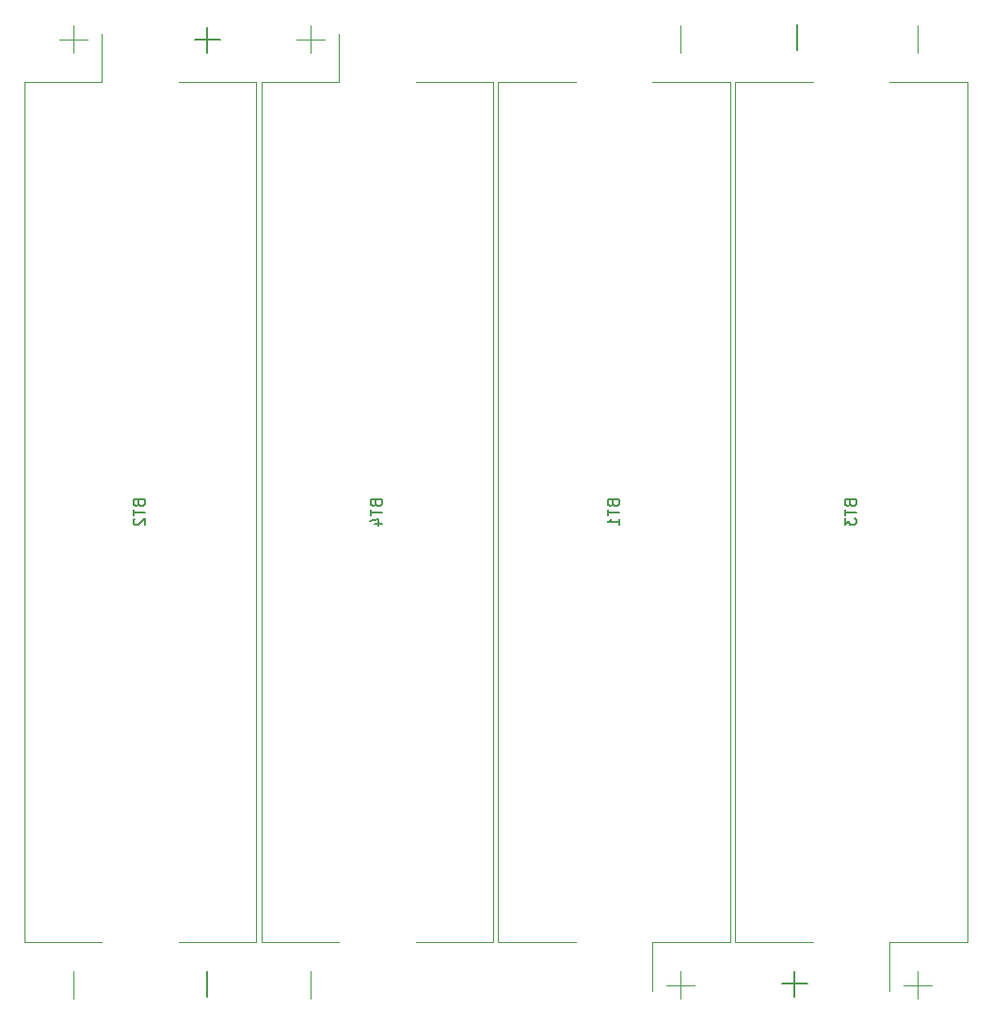
<source format=gbr>
%TF.GenerationSoftware,KiCad,Pcbnew,6.0.9*%
%TF.CreationDate,2022-12-12T20:01:49-05:00*%
%TF.ProjectId,piridium-eps,70697269-6469-4756-9d2d-6570732e6b69,rev?*%
%TF.SameCoordinates,Original*%
%TF.FileFunction,Legend,Bot*%
%TF.FilePolarity,Positive*%
%FSLAX46Y46*%
G04 Gerber Fmt 4.6, Leading zero omitted, Abs format (unit mm)*
G04 Created by KiCad (PCBNEW 6.0.9) date 2022-12-12 20:01:49*
%MOMM*%
%LPD*%
G01*
G04 APERTURE LIST*
%ADD10C,0.150000*%
%ADD11C,0.120000*%
G04 APERTURE END LIST*
D10*
X175132857Y-141184285D02*
X172847142Y-141184285D01*
X173990000Y-142327142D02*
X173990000Y-140041428D01*
X122300857Y-56348285D02*
X120015142Y-56348285D01*
X121158000Y-57491142D02*
X121158000Y-55205428D01*
X174204285Y-54991142D02*
X174204285Y-57276857D01*
X121118285Y-140081142D02*
X121118285Y-142366857D01*
%TO.C,BT3*%
X178998571Y-98020285D02*
X179046190Y-98163142D01*
X179093809Y-98210761D01*
X179189047Y-98258380D01*
X179331904Y-98258380D01*
X179427142Y-98210761D01*
X179474761Y-98163142D01*
X179522380Y-98067904D01*
X179522380Y-97686952D01*
X178522380Y-97686952D01*
X178522380Y-98020285D01*
X178570000Y-98115523D01*
X178617619Y-98163142D01*
X178712857Y-98210761D01*
X178808095Y-98210761D01*
X178903333Y-98163142D01*
X178950952Y-98115523D01*
X178998571Y-98020285D01*
X178998571Y-97686952D01*
X178522380Y-98544095D02*
X178522380Y-99115523D01*
X179522380Y-98829809D02*
X178522380Y-98829809D01*
X178522380Y-99353619D02*
X178522380Y-99972666D01*
X178903333Y-99639333D01*
X178903333Y-99782190D01*
X178950952Y-99877428D01*
X178998571Y-99925047D01*
X179093809Y-99972666D01*
X179331904Y-99972666D01*
X179427142Y-99925047D01*
X179474761Y-99877428D01*
X179522380Y-99782190D01*
X179522380Y-99496476D01*
X179474761Y-99401238D01*
X179427142Y-99353619D01*
%TO.C,BT2*%
X114990571Y-98020285D02*
X115038190Y-98163142D01*
X115085809Y-98210761D01*
X115181047Y-98258380D01*
X115323904Y-98258380D01*
X115419142Y-98210761D01*
X115466761Y-98163142D01*
X115514380Y-98067904D01*
X115514380Y-97686952D01*
X114514380Y-97686952D01*
X114514380Y-98020285D01*
X114562000Y-98115523D01*
X114609619Y-98163142D01*
X114704857Y-98210761D01*
X114800095Y-98210761D01*
X114895333Y-98163142D01*
X114942952Y-98115523D01*
X114990571Y-98020285D01*
X114990571Y-97686952D01*
X114514380Y-98544095D02*
X114514380Y-99115523D01*
X115514380Y-98829809D02*
X114514380Y-98829809D01*
X114609619Y-99401238D02*
X114562000Y-99448857D01*
X114514380Y-99544095D01*
X114514380Y-99782190D01*
X114562000Y-99877428D01*
X114609619Y-99925047D01*
X114704857Y-99972666D01*
X114800095Y-99972666D01*
X114942952Y-99925047D01*
X115514380Y-99353619D01*
X115514380Y-99972666D01*
%TO.C,BT4*%
X136326571Y-98020285D02*
X136374190Y-98163142D01*
X136421809Y-98210761D01*
X136517047Y-98258380D01*
X136659904Y-98258380D01*
X136755142Y-98210761D01*
X136802761Y-98163142D01*
X136850380Y-98067904D01*
X136850380Y-97686952D01*
X135850380Y-97686952D01*
X135850380Y-98020285D01*
X135898000Y-98115523D01*
X135945619Y-98163142D01*
X136040857Y-98210761D01*
X136136095Y-98210761D01*
X136231333Y-98163142D01*
X136278952Y-98115523D01*
X136326571Y-98020285D01*
X136326571Y-97686952D01*
X135850380Y-98544095D02*
X135850380Y-99115523D01*
X136850380Y-98829809D02*
X135850380Y-98829809D01*
X136183714Y-99877428D02*
X136850380Y-99877428D01*
X135802761Y-99639333D02*
X136517047Y-99401238D01*
X136517047Y-100020285D01*
%TO.C,BT1*%
X157662571Y-98020285D02*
X157710190Y-98163142D01*
X157757809Y-98210761D01*
X157853047Y-98258380D01*
X157995904Y-98258380D01*
X158091142Y-98210761D01*
X158138761Y-98163142D01*
X158186380Y-98067904D01*
X158186380Y-97686952D01*
X157186380Y-97686952D01*
X157186380Y-98020285D01*
X157234000Y-98115523D01*
X157281619Y-98163142D01*
X157376857Y-98210761D01*
X157472095Y-98210761D01*
X157567333Y-98163142D01*
X157614952Y-98115523D01*
X157662571Y-98020285D01*
X157662571Y-97686952D01*
X157186380Y-98544095D02*
X157186380Y-99115523D01*
X158186380Y-98829809D02*
X157186380Y-98829809D01*
X158186380Y-99972666D02*
X158186380Y-99401238D01*
X158186380Y-99686952D02*
X157186380Y-99686952D01*
X157329238Y-99591714D01*
X157424476Y-99496476D01*
X157472095Y-99401238D01*
D11*
%TO.C,BT3*%
X185070000Y-142556000D02*
X185070000Y-140056000D01*
X175630000Y-60166000D02*
X168630000Y-60166000D01*
X185070000Y-55056000D02*
X185070000Y-57556000D01*
X168630000Y-60166000D02*
X168630000Y-137446000D01*
X189510000Y-137446000D02*
X182510000Y-137446000D01*
X182510000Y-60166000D02*
X189490000Y-60166000D01*
X183820000Y-141306000D02*
X186320000Y-141306000D01*
X189510000Y-60166000D02*
X189510000Y-137446000D01*
X168630000Y-137446000D02*
X175630000Y-137446000D01*
X182510000Y-137446000D02*
X182510000Y-141806000D01*
%TO.C,BT2*%
X118572000Y-137446000D02*
X125572000Y-137446000D01*
X109132000Y-142556000D02*
X109132000Y-140056000D01*
X104692000Y-60166000D02*
X111692000Y-60166000D01*
X125572000Y-60166000D02*
X118572000Y-60166000D01*
X111692000Y-60166000D02*
X111692000Y-55806000D01*
X104692000Y-137446000D02*
X104692000Y-60166000D01*
X109132000Y-55056000D02*
X109132000Y-57556000D01*
X111692000Y-137446000D02*
X104712000Y-137446000D01*
X110382000Y-56306000D02*
X107882000Y-56306000D01*
X125572000Y-137446000D02*
X125572000Y-60166000D01*
%TO.C,BT4*%
X126028000Y-137446000D02*
X126028000Y-60166000D01*
X133028000Y-137446000D02*
X126048000Y-137446000D01*
X133028000Y-60166000D02*
X133028000Y-55806000D01*
X126028000Y-60166000D02*
X133028000Y-60166000D01*
X130468000Y-142556000D02*
X130468000Y-140056000D01*
X130468000Y-55056000D02*
X130468000Y-57556000D01*
X131718000Y-56306000D02*
X129218000Y-56306000D01*
X146908000Y-60166000D02*
X139908000Y-60166000D01*
X146908000Y-137446000D02*
X146908000Y-60166000D01*
X139908000Y-137446000D02*
X146908000Y-137446000D01*
%TO.C,BT1*%
X168174000Y-60166000D02*
X168174000Y-137446000D01*
X163734000Y-55056000D02*
X163734000Y-57556000D01*
X161174000Y-60166000D02*
X168154000Y-60166000D01*
X154294000Y-60166000D02*
X147294000Y-60166000D01*
X168174000Y-137446000D02*
X161174000Y-137446000D01*
X163734000Y-142556000D02*
X163734000Y-140056000D01*
X162484000Y-141306000D02*
X164984000Y-141306000D01*
X147294000Y-137446000D02*
X154294000Y-137446000D01*
X161174000Y-137446000D02*
X161174000Y-141806000D01*
X147294000Y-60166000D02*
X147294000Y-137446000D01*
%TD*%
M02*

</source>
